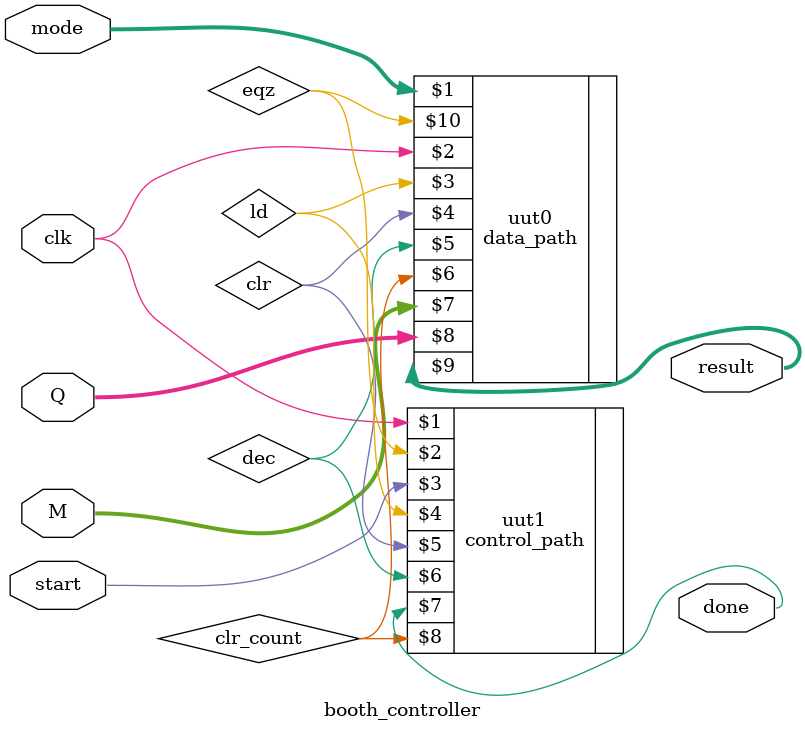
<source format=v>
module booth_controller(
    input clk,
	 input [1:0] mode,
    input start,
    input [15:0] M,
    input [15:0] Q,
    output [31:0] result,
    output done
);
wire ld,clr,dec;
wire  clr_count;
data_path uut0(mode, clk,ld,clr,dec,clr_count,M,Q,result,eqz);
control_path uut1(clk,eqz,start,ld,clr,dec,done,clr_count);
endmodule 

</source>
